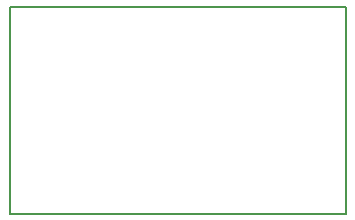
<source format=gbr>
G04 #@! TF.GenerationSoftware,KiCad,Pcbnew,(5.0.0)*
G04 #@! TF.CreationDate,2018-08-09T23:53:02+02:00*
G04 #@! TF.ProjectId,Initial,496E697469616C2E6B696361645F7063,rev?*
G04 #@! TF.SameCoordinates,Original*
G04 #@! TF.FileFunction,Profile,NP*
%FSLAX46Y46*%
G04 Gerber Fmt 4.6, Leading zero omitted, Abs format (unit mm)*
G04 Created by KiCad (PCBNEW (5.0.0)) date 08/09/18 23:53:02*
%MOMM*%
%LPD*%
G01*
G04 APERTURE LIST*
%ADD10C,0.200000*%
G04 APERTURE END LIST*
D10*
X116332000Y-52070000D02*
X116332000Y-34544000D01*
X144780000Y-52070000D02*
X116332000Y-52070000D01*
X144780000Y-34544000D02*
X144780000Y-52070000D01*
X116332000Y-34544000D02*
X144780000Y-34544000D01*
M02*

</source>
